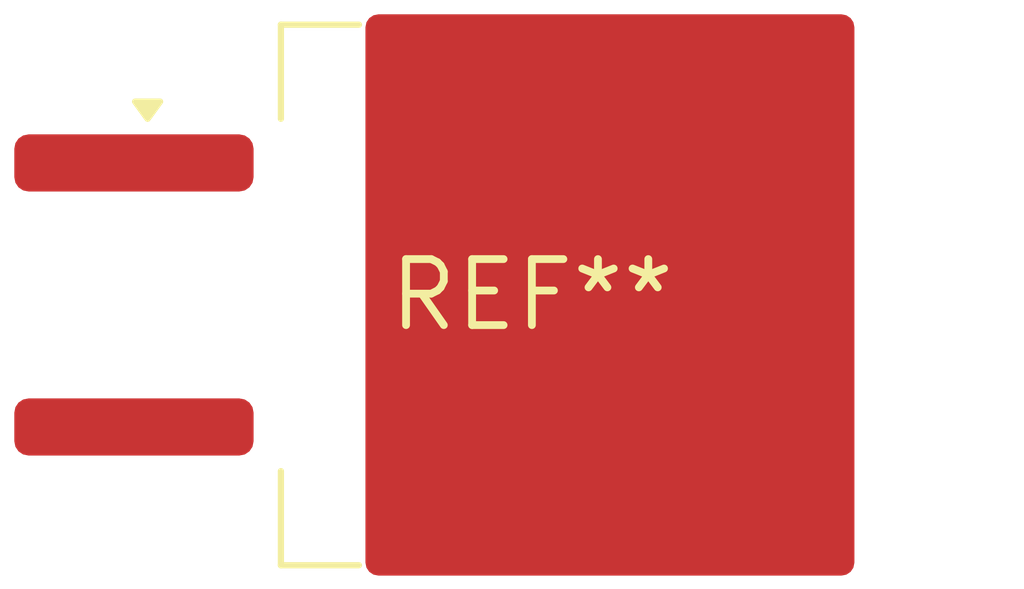
<source format=kicad_pcb>
(kicad_pcb (version 20240108) (generator pcbnew)
  (layers (0 "F.Cu" signal) (31 "B.Cu" signal) (34 "B.Paste" user) (35 "F.Paste" user) (36 "B.SilkS" user "B.Silkscreen") (37 "F.SilkS" user "F.Silkscreen") (38 "B.Mask" user) (39 "F.Mask" user) (44 "Edge.Cuts" user))
  (net 0 "")
  (footprint "TO-263-2_TabPin1" (layer "F.Cu") (at 0 0)
    (property "Reference" "REF**")
    (property "Value" "TO-263-2_TabPin1")
    (fp_line (start -4.825 -5.2) (end -4.825 -3.39) (layer "F.SilkS") (stroke (width 0.12)))
    (fp_line (start -4.825 5.2) (end -4.825 3.39) (layer "F.SilkS") (stroke (width 0.12)))
    (fp_line (start -3.325 -5.2) (end -4.825 -5.2) (layer "F.SilkS") (stroke (width 0.12)))
    (fp_line (start -3.325 5.2) (end -4.825 5.2) (layer "F.SilkS") (stroke (width 0.12)))
    (fp_poly (pts (xy -7.3875 -3.39) (xy -7.6275 -3.72) (xy -7.1475 -3.72) (xy -7.3875 -3.39)) (layer "F.SilkS") (stroke (width 0.12)) (fill solid))
    (pad "1" smd roundrect (at -7.65 -2.54) (size 4.6 1.1) (layers "F.Cu" "F.Paste" "F.Mask"))
    (pad "1" smd roundrect (at 1.5 0) (size 9.4 10.8) (layers "F.Cu" "F.Mask") (roundrect_rratio 0.02659574468))
    (pad "2" smd roundrect (at -7.65 2.54) (size 4.6 1.1) (layers "F.Cu" "F.Paste" "F.Mask"))
  )
)
</source>
